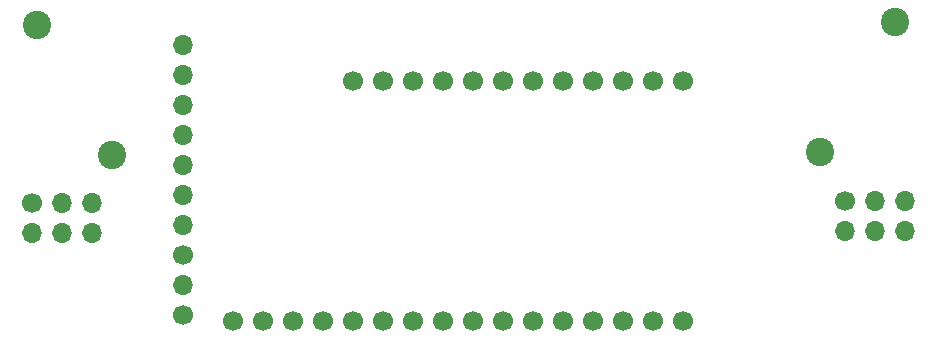
<source format=gbr>
%TF.GenerationSoftware,KiCad,Pcbnew,(7.0.0)*%
%TF.CreationDate,2023-03-18T03:14:20-07:00*%
%TF.ProjectId,Voltage_Sensor_Timer,566f6c74-6167-4655-9f53-656e736f725f,0*%
%TF.SameCoordinates,Original*%
%TF.FileFunction,Soldermask,Top*%
%TF.FilePolarity,Negative*%
%FSLAX46Y46*%
G04 Gerber Fmt 4.6, Leading zero omitted, Abs format (unit mm)*
G04 Created by KiCad (PCBNEW (7.0.0)) date 2023-03-18 03:14:20*
%MOMM*%
%LPD*%
G01*
G04 APERTURE LIST*
G04 Aperture macros list*
%AMHorizOval*
0 Thick line with rounded ends*
0 $1 width*
0 $2 $3 position (X,Y) of the first rounded end (center of the circle)*
0 $4 $5 position (X,Y) of the second rounded end (center of the circle)*
0 Add line between two ends*
20,1,$1,$2,$3,$4,$5,0*
0 Add two circle primitives to create the rounded ends*
1,1,$1,$2,$3*
1,1,$1,$4,$5*%
G04 Aperture macros list end*
%ADD10C,1.700000*%
%ADD11C,2.400000*%
%ADD12HorizOval,2.400000X0.000000X0.000000X0.000000X0.000000X0*%
%ADD13O,1.700000X1.700000*%
%ADD14HorizOval,2.400000X0.000000X0.000000X0.000000X0.000000X0*%
G04 APERTURE END LIST*
D10*
%TO.C,ESP1*%
X132599192Y-106144732D03*
X135139192Y-106144732D03*
X137679192Y-106144732D03*
X140219192Y-106144732D03*
X142759192Y-106144732D03*
X145299192Y-106144732D03*
X147839192Y-106144732D03*
X150379192Y-106144732D03*
X152919192Y-106144732D03*
X155459192Y-106144732D03*
X157999192Y-106144732D03*
X160539192Y-106144732D03*
X163079192Y-106144732D03*
X165619192Y-106144732D03*
X168159192Y-106144732D03*
X170699192Y-106144732D03*
X170699192Y-85824732D03*
X168159192Y-85824732D03*
X165619192Y-85824732D03*
X163079192Y-85824732D03*
X160539192Y-85824732D03*
X157999192Y-85824732D03*
X155459192Y-85824732D03*
X152919192Y-85824732D03*
X150379192Y-85824732D03*
X147839192Y-85824732D03*
X145299192Y-85824732D03*
X142759192Y-85824732D03*
%TD*%
D11*
%TO.C,R2*%
X188595000Y-80860739D03*
D12*
X182244999Y-91859261D03*
%TD*%
D10*
%TO.C,J2*%
X128342521Y-105641979D03*
D13*
X128342520Y-103101978D03*
D10*
X128342521Y-100561979D03*
D13*
X128342520Y-98021978D03*
X128342520Y-95481978D03*
X128342520Y-92941978D03*
X128342520Y-90401978D03*
X128342520Y-87861978D03*
X128342520Y-85321978D03*
X128342520Y-82781978D03*
%TD*%
D10*
%TO.C,J1*%
X115585000Y-96204000D03*
D13*
X115584999Y-98743999D03*
X118124999Y-96203999D03*
X118124999Y-98743999D03*
X120664999Y-96203999D03*
X120664999Y-98743999D03*
%TD*%
D10*
%TO.C,J4*%
X184404000Y-96012000D03*
D13*
X184403999Y-98551999D03*
X186943999Y-96011999D03*
X186943999Y-98551999D03*
X189483999Y-96011999D03*
X189483999Y-98551999D03*
%TD*%
D11*
%TO.C,R3*%
X115951000Y-81114739D03*
D14*
X122300999Y-92113261D03*
%TD*%
M02*

</source>
